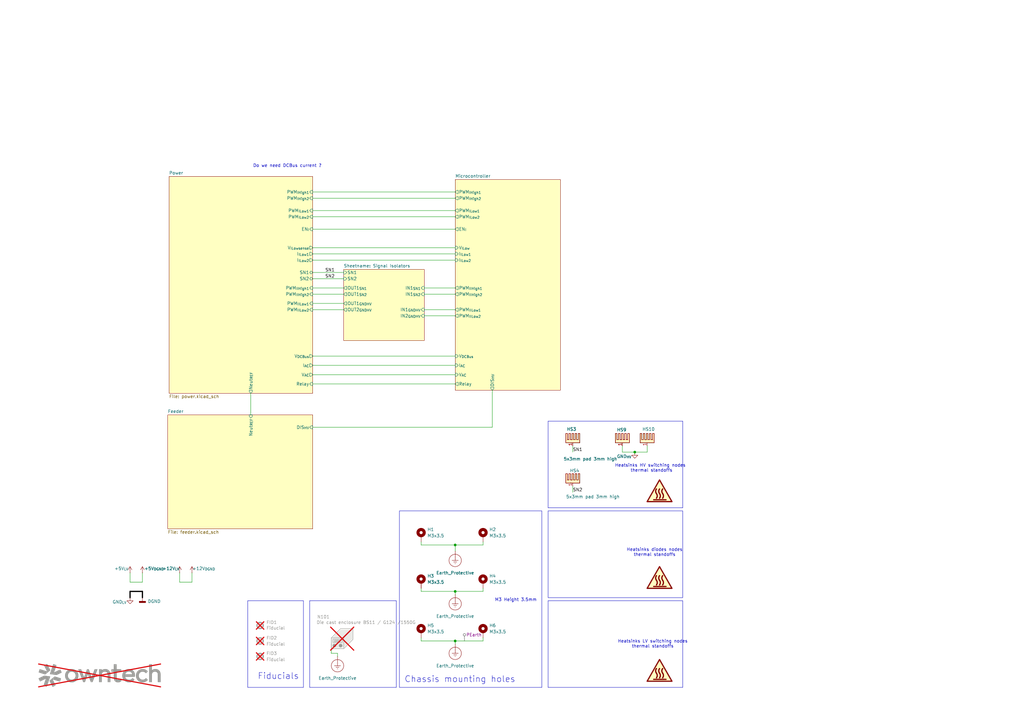
<source format=kicad_sch>
(kicad_sch (version 20250114) (generator "eeschema") (generator_version "9.0")
  (paper "A3")
  (title_block (title "Micro-inverter - 400W") (date "2024-02-06") (rev "A") (comment 1 "JAL") (comment 2 "JAL") (comment 3 "JAL") (comment 4 "PREL"))
  (lib_symbols
    (symbol "GND_1" (power) (pin_numbers (hide yes)) (pin_names (offset 0) (hide yes))
      (property "Value" "GND" (at 0 -3.81 0))
      (symbol "GND_1_1_1"
        (pin power_in line (at 0 0 270) (length 0) (name "~") (number "1"))
      )
    )
    (symbol "Graphic:SYM_Hot_Large" (on_board no))
    (symbol "Mechanical:Fiducial"
      (property "Reference" "FID" (at 0 5.08 0))
      (property "Value" "Fiducial" (at 0 3.175 0))
    )
    (symbol "Mechanical:Heatsink_Pad" (pin_names (offset 0))
      (property "Reference" "HS" (at 0 5.715 0))
      (property "Value" "Heatsink_Pad" (at 0 3.81 0))
      (symbol "Heatsink_Pad_1_1"
        (pin passive line (at 0 -2.54 90) (length 1.27) (name "~") (number "1"))
      )
    )
    (symbol "Mechanical:Housing_Pad" (pin_numbers (hide yes)) (pin_names (offset 1.016) (hide yes))
      (property "Reference" "N" (at 4.445 0 0))
      (property "Value" "Housing_Pad" (at 4.445 -1.905 0))
      (symbol "Housing_Pad_1_1"
        (pin input line (at -5.08 -5.08 90) (length 2.54) (name "PAD") (number "1"))
      )
    )
    (symbol "Mechanical:MountingHole_Pad" (pin_numbers (hide yes)) (pin_names (offset 1.016) (hide yes)) (in_bom no)
      (property "Reference" "H" (at 0 6.35 0))
      (property "Value" "MountingHole_Pad" (at 0 4.445 0))
      (symbol "MountingHole_Pad_1_1"
        (pin input line (at 0 -2.54 90) (length 2.54) (name "1") (number "1"))
      )
    )
    (symbol "Symbols:Logo"
      (property "Reference" "U" (at 0 0 0))
    )
    (symbol "power:+12V" (power) (pin_numbers (hide yes)) (pin_names (offset 0) (hide yes))
      (property "Value" "+12V" (at 0 3.556 0))
      (symbol "+12V_1_1"
        (pin power_in line (at 0 0 90) (length 0) (name "~") (number "1"))
      )
    )
    (symbol "power:Earth_Protective" (power) (pin_numbers (hide yes)) (pin_names (offset 0) (hide yes))
      (property "Value" "Earth_Protective" (at 0 -7.62 0))
      (symbol "Earth_Protective_1_1"
        (pin power_in line (at 0 0 270) (length 0) (name "~") (number "1"))
      )
    )
    (symbol "power:GND" (power) (pin_numbers (hide yes)) (pin_names (offset 0) (hide yes))
      (property "Value" "GND" (at 0 -3.81 0))
      (symbol "GND_1_1"
        (pin power_in line (at 0 0 270) (length 0) (name "~") (number "1"))
      )
    )
    (symbol "power:GNDD" (power) (pin_numbers (hide yes)) (pin_names (offset 0) (hide yes))
      (property "Value" "GNDD" (at 0 -3.175 0))
      (symbol "GNDD_1_1"
        (pin power_in line (at 0 0 270) (length 0) (name "~") (number "1"))
      )
    )
  )
  (rectangle (start 224.79 209.55) (end 280.035 245.11))
  (rectangle (start 224.79 246.38) (end 280.035 281.94))
  (rectangle (start 163.83 209.55) (end 222.25 281.94))
  (rectangle (start 101.6 246.38) (end 124.46 281.94))
  (rectangle (start 224.79 172.72) (end 280.035 208.28))
  (rectangle (start 127 246.38) (end 162.56 281.94))
  (text "Heatsinks diodes nodes\nthermal standoffs" (at 268.478 226.568 0) (effects (font (size 1.27 1.27))))
  (text "Heatsinks HV switching nodes \nthermal standoffs" (at 267.208 192.024 0) (effects (font (size 1.27 1.27))))
  (text "M3 Height 3.5mm" (at 211.582 246.126 0) (effects (font (size 1.27 1.27))))
  (text "Do we need DCBus current ?" (at 117.856 68.072 0) (effects (font (size 1.27 1.27))))
  (text "Fiducials" (at 105.664 278.892 0) (effects (font (size 2.5 2.5)) (justify left bottom)))
  (text "Chassis mounting holes" (at 165.862 280.162 0) (effects (font (size 2.5 2.5)) (justify left bottom)))
  (text "Heatsinks LV switching nodes\nthermal standoffs\n" (at 267.716 264.16 0) (effects (font (size 1.27 1.27))))
  (junction (at 186.69 262.89))
  (junction (at 186.69 242.57))
  (junction (at 260.35 185.42))
  (junction (at 186.69 223.52))
  (wire (pts (xy 135.89 266.7) (xy 135.89 267.97)))
  (wire (pts (xy 172.72 261.62) (xy 172.72 262.89)))
  (wire (pts (xy 128.27 149.86) (xy 186.69 149.86)))
  (wire (pts (xy 128.27 127) (xy 140.97 127)))
  (wire (pts (xy 173.99 118.11) (xy 186.69 118.11)))
  (wire (pts (xy 128.27 118.11) (xy 140.97 118.11)))
  (wire (pts (xy 128.27 111.76) (xy 140.97 111.76)))
  (wire (pts (xy 172.72 222.25) (xy 172.72 223.52)))
  (wire (pts (xy 128.27 101.6) (xy 186.69 101.6)))
  (wire (pts (xy 78.74 234.95) (xy 78.74 238.76)))
  (wire (pts (xy 173.99 127) (xy 186.69 127)))
  (wire (pts (xy 172.72 242.57) (xy 186.69 242.57)))
  (wire (pts (xy 128.27 106.68) (xy 186.69 106.68)))
  (wire (pts (xy 128.27 146.05) (xy 186.69 146.05)))
  (wire (pts (xy 186.69 264.16) (xy 186.69 262.89)))
  (wire (pts (xy 172.72 262.89) (xy 186.69 262.89)))
  (wire (pts (xy 255.27 185.42) (xy 260.35 185.42)))
  (wire (pts (xy 135.89 267.97) (xy 138.43 267.97)))
  (wire (pts (xy 201.93 160.02) (xy 201.93 175.26)))
  (wire (pts (xy 78.74 238.76) (xy 73.66 238.76)))
  (wire (pts (xy 138.43 267.97) (xy 138.43 269.24)))
  (wire (pts (xy 198.12 241.3) (xy 198.12 242.57)))
  (wire (pts (xy 128.27 124.46) (xy 140.97 124.46)))
  (wire (pts (xy 172.72 241.3) (xy 172.72 242.57)))
  (wire (pts (xy 128.27 120.65) (xy 140.97 120.65)))
  (wire (pts (xy 186.69 223.52) (xy 198.12 223.52)))
  (wire (pts (xy 128.27 153.67) (xy 186.69 153.67)))
  (wire (pts (xy 73.66 234.95) (xy 73.66 238.76)))
  (wire (pts (xy 186.69 242.57) (xy 186.69 243.84)))
  (wire (pts (xy 198.12 262.89) (xy 198.12 261.62)))
  (wire (pts (xy 234.95 182.88) (xy 234.95 185.42)))
  (wire (pts (xy 128.27 114.3) (xy 140.97 114.3)))
  (wire (pts (xy 260.35 185.42) (xy 265.43 185.42)))
  (wire (pts (xy 198.12 222.25) (xy 198.12 223.52)))
  (wire (pts (xy 128.27 86.36) (xy 186.69 86.36)))
  (wire (pts (xy 53.34 242.57) (xy 53.34 245.11)) (stroke (width 0.5) (color 0 0 0 1)))
  (wire (pts (xy 186.69 242.57) (xy 198.12 242.57)))
  (wire (pts (xy 128.27 104.14) (xy 186.69 104.14)))
  (wire (pts (xy 172.72 223.52) (xy 186.69 223.52)))
  (wire (pts (xy 186.69 262.89) (xy 198.12 262.89)))
  (wire (pts (xy 201.93 175.26) (xy 128.27 175.26)))
  (wire (pts (xy 173.99 129.54) (xy 186.69 129.54)))
  (wire (pts (xy 255.27 185.42) (xy 255.27 182.88)))
  (wire (pts (xy 128.27 78.74) (xy 186.69 78.74)))
  (wire (pts (xy 128.27 93.98) (xy 186.69 93.98)))
  (wire (pts (xy 186.69 223.52) (xy 186.69 226.06)))
  (wire (pts (xy 102.87 161.29) (xy 102.87 170.18)))
  (wire (pts (xy 234.95 199.39) (xy 234.95 201.93)))
  (wire (pts (xy 58.42 238.76) (xy 53.34 238.76)))
  (wire (pts (xy 53.34 242.57) (xy 58.42 242.57)) (stroke (width 0.5) (color 0 0 0 1)))
  (wire (pts (xy 58.42 234.95) (xy 58.42 238.76)))
  (wire (pts (xy 128.27 88.9) (xy 186.69 88.9)))
  (wire (pts (xy 173.99 120.65) (xy 186.69 120.65)))
  (wire (pts (xy 58.42 242.57) (xy 58.42 245.11)) (stroke (width 0.5) (color 0 0 0 1)))
  (wire (pts (xy 53.34 234.95) (xy 53.34 238.76)))
  (wire (pts (xy 128.27 81.28) (xy 186.69 81.28)))
  (wire (pts (xy 128.27 157.48) (xy 186.69 157.48)))
  (wire (pts (xy 265.43 185.42) (xy 265.43 182.88)))
  (label "SN1" (at 234.95 185.42 0))
  (label "SN1" (at 133.35 111.76 0))
  (label "SN2" (at 133.35 114.3 0))
  (label "SN2" (at 234.95 201.93 0))
  (netclass_flag "" (length 2.54) (shape round) (at 190.5 262.89 0) (property "Netclass" "PEarth" (at 191.1985 260.35 0) (effects (justify left))))
  (symbol (lib_id "Mechanical:Heatsink_Pad") (at 255.27 180.34 0) (unit 1)
    (property "Reference" "HS9" (at 252.984 176.276 0) (effects (justify left)))
    (property "Value" "5x3mm pad 3mm high" (effects (hide yes)))
    (property "Footprint" "Footprints:Heatsink_BTC-533-ZN01" (effects (hide yes)))
    (property "Description" "Heatsink with electrical connection, 1 pin" (effects (hide yes)))
    (property "LCSC" "C42404563" (effects (hide yes)))
  )
  (symbol (lib_id "power:Earth_Protective") (at 138.43 269.24 0) (unit 1)
    (property "Reference" "#PWR0122" (effects (hide yes)))
    (property "Value" "Earth_Protective" (at 138.43 278.13 0))
    (property "Description" "Power symbol creates a global label with name \"Earth_Protective\"" (effects (hide yes)))
  )
  (symbol (lib_id "Mechanical:MountingHole_Pad") (at 172.72 238.76 0) (unit 1)
    (property "Reference" "H3" (at 175.26 236.2199 0) (effects (justify left)))
    (property "Value" "M3x3.5" (at 175.26 238.7599 0) (effects (justify left)))
    (property "Footprint" "Footprints:MountingHole_Pad_SMD_BD5.6-D4.1" (effects (hide yes)))
    (property "Description" "Mounting Hole with connection" (effects (hide yes)))
    (property "LCSC" "C2916333" (effects (hide yes)))
  )
  (symbol (lib_id "Mechanical:MountingHole_Pad") (at 172.72 219.71 0) (unit 1)
    (property "Reference" "H1" (at 175.26 217.1699 0) (effects (justify left)))
    (property "Value" "M3x3.5" (at 175.26 219.7099 0) (effects (justify left)))
    (property "Footprint" "Footprints:MountingHole_Pad_SMD_BD5.6-D4.1" (effects (hide yes)))
    (property "Description" "Mounting Hole with connection" (effects (hide yes)))
    (property "LCSC" "C2916333" (effects (hide yes)))
  )
  (symbol (lib_id "Mechanical:Heatsink_Pad") (at 265.43 180.34 0) (unit 1)
    (property "Reference" "HS10" (at 263.398 176.022 0) (effects (justify left)))
    (property "Value" "5x3mm pad 3mm high" (effects (hide yes)))
    (property "Footprint" "Footprints:Heatsink_BTC-533-ZN01" (effects (hide yes)))
    (property "Description" "Heatsink with electrical connection, 1 pin" (effects (hide yes)))
    (property "LCSC" "C42404563" (effects (hide yes)))
  )
  (symbol (lib_id "Graphic:SYM_Hot_Large") (at 270.51 200.66 0) (unit 1) (exclude_from_sim yes) (on_board no)
    (property "Reference" "#SYM1" (effects (hide yes)))
    (property "Value" "SYM_Hot_Large" (effects (hide yes)))
    (property "Description" "Hot surface warning symbol, large" (effects (hide yes)))
  )
  (symbol (lib_id "Mechanical:MountingHole_Pad") (at 198.12 238.76 0) (unit 1)
    (property "Reference" "H4" (at 200.66 236.2199 0) (effects (justify left)))
    (property "Value" "M3x3.5" (at 200.66 238.7599 0) (effects (justify left)))
    (property "Footprint" "Footprints:MountingHole_Pad_SMD_BD5.6-D4.1" (effects (hide yes)))
    (property "Description" "Mounting Hole with connection" (effects (hide yes)))
    (property "LCSC" "C2916333" (effects (hide yes)))
  )
  (symbol (lib_id "power:Earth_Protective") (at 186.69 243.84 0) (unit 1)
    (property "Reference" "#PWR050" (effects (hide yes)))
    (property "Value" "Earth_Protective" (at 186.69 252.73 0))
    (property "Description" "Power symbol creates a global label with name \"Earth_Protective\"" (effects (hide yes)))
  )
  (symbol (lib_id "power:+12V") (at 58.42 234.95 0) (unit 1)
    (property "Reference" "#PWR0129" (effects (hide yes)))
    (property "Value" "+5V_{DGND}" (at 63.246 233.172 0))
    (property "Description" "Power symbol creates a global label with name \"+12V\"" (effects (hide yes)))
  )
  (symbol (lib_id "Graphic:SYM_Hot_Large") (at 270.51 236.22 0) (unit 1) (exclude_from_sim yes) (on_board no)
    (property "Reference" "#SYM2" (effects (hide yes)))
    (property "Value" "SYM_Hot_Large" (effects (hide yes)))
    (property "Description" "Hot surface warning symbol, large" (effects (hide yes)))
  )
  (symbol (lib_id "Mechanical:MountingHole_Pad") (at 172.72 259.08 0) (unit 1)
    (property "Reference" "H5" (at 175.26 256.5399 0) (effects (justify left)))
    (property "Value" "M3x3.5" (at 175.26 259.0799 0) (effects (justify left)))
    (property "Footprint" "Footprints:MountingHole_Pad_SMD_BD5.6-D4.1" (effects (hide yes)))
    (property "Description" "Mounting Hole with connection" (effects (hide yes)))
    (property "LCSC" "C2916333" (effects (hide yes)))
  )
  (symbol (lib_id "Graphic:SYM_Hot_Large") (at 270.51 274.32 0) (unit 1) (exclude_from_sim yes) (on_board no)
    (property "Reference" "#SYM3" (effects (hide yes)))
    (property "Value" "SYM_Hot_Large" (effects (hide yes)))
    (property "Description" "Hot surface warning symbol, large" (effects (hide yes)))
  )
  (symbol (lib_id "Mechanical:MountingHole_Pad") (at 198.12 219.71 0) (unit 1)
    (property "Reference" "H2" (at 200.66 217.1699 0) (effects (justify left)))
    (property "Value" "M3x3.5" (at 200.66 219.7099 0) (effects (justify left)))
    (property "Footprint" "Footprints:MountingHole_Pad_SMD_BD5.6-D4.1" (effects (hide yes)))
    (property "Description" "Mounting Hole with connection" (effects (hide yes)))
    (property "LCSC" "C2916333" (effects (hide yes)))
  )
  (symbol (lib_id "Mechanical:Fiducial") (at 106.68 262.89 0) (unit 1) (dnp yes)
    (property "Reference" "FID2" (at 109.22 261.62 0) (effects (justify left)))
    (property "Value" "Fiducial" (at 109.22 264.16 0) (effects (justify left)))
    (property "Footprint" "Fiducial:Fiducial_1mm_Mask2mm" (effects (hide yes)))
    (property "Description" "Fiducial Marker" (effects (hide yes)))
  )
  (symbol (lib_id "power:+12V") (at 73.66 234.95 0) (unit 1)
    (property "Reference" "#PWR0134" (effects (hide yes)))
    (property "Value" "+12V_{LV}" (at 70.104 233.172 0))
    (property "Description" "Power symbol creates a global label with name \"+12V\"" (effects (hide yes)))
  )
  (symbol (lib_id "Mechanical:Housing_Pad") (at 140.97 261.62 0) (unit 1) (exclude_from_sim yes) (in_bom no) (on_board no) (dnp yes)
    (property "Reference" "N101" (at 130.048 252.984 0) (effects (justify left)))
    (property "Value" "Die cast enclosure BS11 / G124 /1550G" (at 129.794 255.27 0) (effects (justify left)))
    (property "Footprint" "Footprints:Die Cast Casing 1550G" (effects (hide yes)))
    (property "Description" "Housing with connection pin" (effects (hide yes)))
  )
  (symbol (lib_id "Mechanical:Fiducial") (at 106.68 256.54 0) (unit 1) (dnp yes)
    (property "Reference" "FID1" (at 109.22 255.27 0) (effects (justify left)))
    (property "Value" "Fiducial" (at 109.22 257.556 0) (effects (justify left)))
    (property "Footprint" "Fiducial:Fiducial_1mm_Mask2mm" (effects (hide yes)))
    (property "Description" "Fiducial Marker" (effects (hide yes)))
  )
  (symbol (lib_id "power:Earth_Protective") (at 186.69 226.06 0) (unit 1)
    (property "Reference" "#PWR051" (effects (hide yes)))
    (property "Value" "Earth_Protective" (at 186.69 234.95 0))
    (property "Description" "Power symbol creates a global label with name \"Earth_Protective\"" (effects (hide yes)))
  )
  (symbol (lib_id "Mechanical:Heatsink_Pad") (at 234.95 180.34 0) (unit 1)
    (property "Reference" "HS3" (at 232.41 176.022 0) (effects (justify left)))
    (property "Value" "5x3mm pad 3mm high" (at 231.14 188.214 0) (effects (justify left)))
    (property "Footprint" "Footprints:Heatsink_BTC-533-ZN01" (effects (hide yes)))
    (property "Description" "Heatsink with electrical connection, 1 pin" (effects (hide yes)))
    (property "LCSC" "C42404563" (effects (hide yes)))
  )
  (symbol (lib_id "power:GND") (at 53.34 245.11 0) (unit 1)
    (property "Reference" "#PWR0127" (effects (hide yes)))
    (property "Value" "GND_{LV}" (at 49.022 246.888 0))
    (property "Description" "Power symbol creates a global label with name \"GND\" , ground" (effects (hide yes)))
  )
  (symbol (lib_id "power:GNDD") (at 58.42 245.11 0) (unit 1)
    (property "Reference" "#PWR0128" (effects (hide yes)))
    (property "Value" "DGND" (at 63.246 246.634 0))
    (property "Description" "Power symbol creates a global label with name \"GNDD\" , digital ground" (effects (hide yes)))
  )
  (symbol (lib_id "Mechanical:Heatsink_Pad") (at 234.95 196.85 0) (unit 1)
    (property "Reference" "HS4" (at 233.68 193.04 0) (effects (justify left)))
    (property "Value" "5x3mm pad 3mm high" (at 232.156 203.708 0) (effects (justify left)))
    (property "Footprint" "Footprints:Heatsink_BTC-533-ZN01" (effects (hide yes)))
    (property "Description" "Heatsink with electrical connection, 1 pin" (effects (hide yes)))
    (property "LCSC" "C42404563" (effects (hide yes)))
  )
  (symbol (lib_id "power:+12V") (at 78.74 234.95 0) (unit 1)
    (property "Reference" "#PWR0135" (effects (hide yes)))
    (property "Value" "+12V_{DGND}" (at 83.566 233.172 0))
    (property "Description" "Power symbol creates a global label with name \"+12V\"" (effects (hide yes)))
  )
  (symbol (lib_id "Mechanical:Fiducial") (at 106.68 269.24 0) (unit 1) (dnp yes)
    (property "Reference" "FID3" (at 109.22 267.97 0) (effects (justify left)))
    (property "Value" "Fiducial" (at 109.22 270.51 0) (effects (justify left)))
    (property "Footprint" "Fiducial:Fiducial_1mm_Mask2mm" (effects (hide yes)))
    (property "Description" "Fiducial Marker" (effects (hide yes)))
  )
  (symbol (lib_id "power:Earth_Protective") (at 186.69 264.16 0) (unit 1)
    (property "Reference" "#PWR049" (effects (hide yes)))
    (property "Value" "Earth_Protective" (at 186.69 273.05 0))
    (property "Description" "Power symbol creates a global label with name \"Earth_Protective\"" (effects (hide yes)))
  )
  (symbol (lib_id "Symbols:Logo") (at 20.32 276.86 0) (unit 1) (dnp yes)
    (property "Reference" "Logo1" (effects (hide yes)))
    (property "Footprint" "Footprints:owntech34mmneg" (effects (hide yes)))
  )
  (symbol (lib_id "power:+12V") (at 53.34 234.95 0) (unit 1)
    (property "Reference" "#PWR0130" (effects (hide yes)))
    (property "Value" "+5V_{LV}" (at 49.784 233.172 0))
    (property "Description" "Power symbol creates a global label with name \"+12V\"" (effects (hide yes)))
  )
  (symbol (lib_name "GND_1") (lib_id "power:GND") (at 260.35 185.42 0) (unit 1)
    (property "Reference" "#PWR0131" (effects (hide yes)))
    (property "Value" "GND_{HV}" (at 256.032 187.198 0))
    (property "Description" "Power symbol creates a global label with name \"GND\" , ground" (effects (hide yes)))
  )
  (symbol (lib_id "Mechanical:MountingHole_Pad") (at 198.12 259.08 0) (unit 1)
    (property "Reference" "H6" (at 200.66 256.5399 0) (effects (justify left)))
    (property "Value" "M3x3.5" (at 200.66 259.0799 0) (effects (justify left)))
    (property "Footprint" "Footprints:MountingHole_Pad_SMD_BD5.6-D4.1" (effects (hide yes)))
    (property "Description" "Mounting Hole with connection" (effects (hide yes)))
    (property "LCSC" "C2916333" (effects (hide yes)))
  )
  (sheet (at 140.97 110.49) (size 33.02 29.21) (stroke (width 0.1524)) (fill (color 255 255 194 1.0000))
    (property "Sheetname" "Signal Isolators" (at 140.97 109.7784 0) (show_name yes) (effects (justify left bottom)))
    (property "Sheetfile" "signal_isolators.kicad_sch" (effects (hide yes)))
    (pin "IN1_{GNDHV}" input (at 173.99 127 0))
    (pin "SN2" input (at 140.97 114.3 180))
    (pin "SN1" input (at 140.97 111.76 180))
    (pin "OUT1_{SN1}" output (at 140.97 118.11 180))
    (pin "IN1_{SN2}" input (at 173.99 120.65 0))
    (pin "IN1_{SN1}" input (at 173.99 118.11 0))
    (pin "OUT2_{GNDHV}" output (at 140.97 127 180))
    (pin "IN2_{GNDHV}" input (at 173.99 129.54 0))
    (pin "OUT1_{SN2}" output (at 140.97 120.65 180))
    (pin "OUT1_{GNDHV}" output (at 140.97 124.46 180))
  )
  (sheet (at 69.342 72.39) (size 58.928 88.9) (stroke (width 0.1524)) (fill (color 255 255 194 1.0000))
    (property "Sheetname" "Power" (at 69.342 71.6784 0) (effects (justify left bottom)))
    (property "Sheetfile" "power.kicad_sch" (at 69.342 161.8746 0) (effects (justify left top)))
    (pin "PWM_{IHigh1}" input (at 128.27 78.74 0))
    (pin "PWM_{IILow2}" input (at 128.27 127 0))
    (pin "EN_{I}" input (at 128.27 93.98 0))
    (pin "PWM_{IIHigh1}" input (at 128.27 118.11 0))
    (pin "I_{ILow1}" output (at 128.27 104.14 0))
    (pin "I_{AC}" output (at 128.27 149.86 0))
    (pin "V_{AC}" output (at 128.27 153.67 0))
    (pin "Relay" input (at 128.27 157.48 0))
    (pin "PWM_{IIHigh2}" input (at 128.27 120.65 0))
    (pin "PWM_{ILow1}" input (at 128.27 86.36 0))
    (pin "PWM_{IILow1}" input (at 128.27 124.46 0))
    (pin "I_{ILow2}" output (at 128.27 106.68 0))
    (pin "PWM_{ILow2}" input (at 128.27 88.9 0))
    (pin "PWM_{IHigh2}" input (at 128.27 81.28 0))
    (pin "V_{DCBus}" output (at 128.27 146.05 0))
    (pin "SN1" bidirectional (at 128.27 111.76 0))
    (pin "SN2" bidirectional (at 128.27 114.3 0))
    (pin "Neut_{REF}" output (at 102.87 161.29 270))
    (pin "V_{ILowsense}" output (at 128.27 101.6 0))
  )
  (sheet (at 186.69 73.66) (size 43.18 86.36) (stroke (width 0.1524)) (fill (color 255 255 194 1.0000))
    (property "Sheetname" "Microcontroller" (at 186.69 72.9484 0) (effects (justify left bottom)))
    (property "Sheetfile" "Microcontroller.kicad_sch" (effects (hide yes)))
    (pin "PWM_{IILow1}" output (at 186.69 127 180))
    (pin "V_{ILow}" input (at 186.69 101.6 180))
    (pin "I_{AC}" input (at 186.69 149.86 180))
    (pin "PWM_{ILow1}" output (at 186.69 86.36 180))
    (pin "PWM_{IIHigh1}" output (at 186.69 118.11 180))
    (pin "EN_{I}" output (at 186.69 93.98 180))
    (pin "I_{ILow1}" input (at 186.69 104.14 180))
    (pin "PWM_{IHigh1}" output (at 186.69 78.74 180))
    (pin "PWM_{IILow2}" output (at 186.69 129.54 180))
    (pin "PWM_{IHigh2}" output (at 186.69 81.28 180))
    (pin "I_{ILow2}" input (at 186.69 106.68 180))
    (pin "PWM_{ILow2}" output (at 186.69 88.9 180))
    (pin "PWM_{IIHigh2}" output (at 186.69 120.65 180))
    (pin "V_{AC}" input (at 186.69 153.67 180))
    (pin "Relay" output (at 186.69 157.48 180))
    (pin "V_{DCBus}" input (at 186.69 146.05 180))
    (pin "DIS_{HV}" output (at 201.93 160.02 270))
  )
  (sheet (at 68.834 170.18) (size 59.436 46.736) (stroke (width 0.1524)) (fill (color 255 255 194 1.0000))
    (property "Sheetname" "Feeder" (at 68.834 169.4684 0) (effects (justify left bottom)))
    (property "Sheetfile" "feeder.kicad_sch" (at 68.834 217.5006 0) (effects (justify left top)))
    (pin "DIS_{HV}" input (at 128.27 175.26 0))
    (pin "Neut_{REF}" input (at 102.87 170.18 90))
  )
)
</source>
